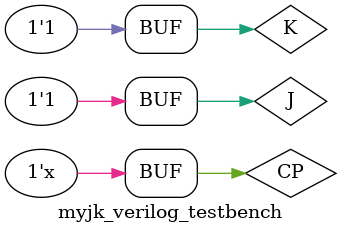
<source format=v>
`timescale 1ns / 1ps


module myjk_verilog_testbench;

	// Inputs
	reg CP;
	reg J;
	reg K;

	// Outputs
	wire Q;
	wire invQ;

	// Instantiate the Unit Under Test (UUT)
	myjk_verilog uut (
		.CP(CP), 
		.J(J), 
		.K(K), 
		.Q(Q), 
		.invQ(invQ)
	);

	always begin
		#10 CP <= ~CP;
	end
	initial begin
		// Initialize Inputs
		CP = 0;
		
		J = 0; //reset
		K = 1;
		
		// Wait 100 ns for global reset to finish
		// Add stimulus here
		#100; //hold
		J = 0;
		K = 0;

		#100; //set
		J = 1;
		K = 0;
		
		#100
		J = 1; //toggle
		K = 1;
    end
	 
endmodule


</source>
